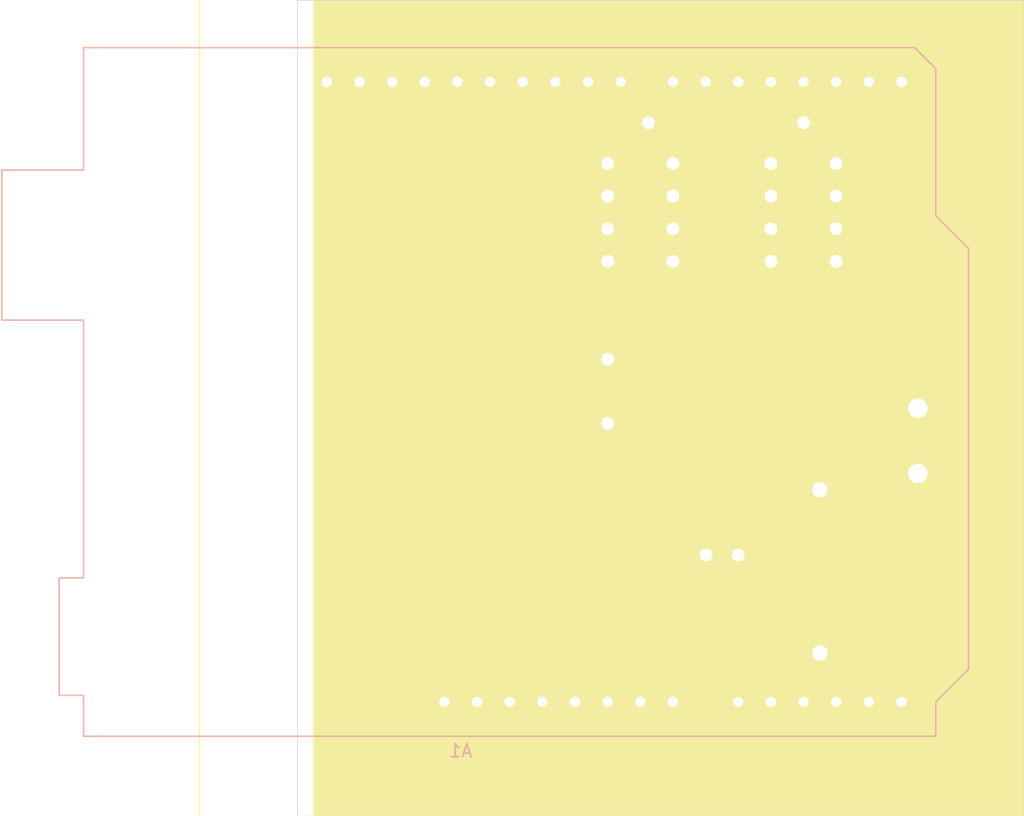
<source format=kicad_pcb>
(kicad_pcb (version 20171130) (host pcbnew "(5.1.5)-3")

  (general
    (thickness 1.6)
    (drawings 11)
    (tracks 75)
    (zones 0)
    (modules 9)
    (nets 31)
  )

  (page A4)
  (layers
    (0 F.Cu signal)
    (31 B.Cu signal)
    (32 B.Adhes user hide)
    (33 F.Adhes user hide)
    (34 B.Paste user hide)
    (35 F.Paste user hide)
    (36 B.SilkS user hide)
    (37 F.SilkS user hide)
    (38 B.Mask user hide)
    (39 F.Mask user hide)
    (40 Dwgs.User user hide)
    (41 Cmts.User user hide)
    (42 Eco1.User user hide)
    (43 Eco2.User user hide)
    (44 Edge.Cuts user)
    (45 Margin user hide)
    (46 B.CrtYd user)
    (47 F.CrtYd user hide)
    (48 B.Fab user hide)
    (49 F.Fab user)
  )

  (setup
    (last_trace_width 0.25)
    (user_trace_width 1)
    (trace_clearance 0.2)
    (zone_clearance 0.508)
    (zone_45_only no)
    (trace_min 0.2)
    (via_size 0.8)
    (via_drill 0.4)
    (via_min_size 0.4)
    (via_min_drill 0.3)
    (user_via 2 1)
    (uvia_size 0.3)
    (uvia_drill 0.1)
    (uvias_allowed no)
    (uvia_min_size 0.2)
    (uvia_min_drill 0.1)
    (edge_width 0.05)
    (segment_width 0.2)
    (pcb_text_width 0.3)
    (pcb_text_size 1.5 1.5)
    (mod_edge_width 0.12)
    (mod_text_size 1 1)
    (mod_text_width 0.15)
    (pad_size 1.524 1.524)
    (pad_drill 0.762)
    (pad_to_mask_clearance 0.051)
    (solder_mask_min_width 0.25)
    (aux_axis_origin 0 0)
    (visible_elements 7FFFFFFF)
    (pcbplotparams
      (layerselection 0x01000_ffffffff)
      (usegerberextensions false)
      (usegerberattributes false)
      (usegerberadvancedattributes false)
      (creategerberjobfile false)
      (excludeedgelayer true)
      (linewidth 0.100000)
      (plotframeref false)
      (viasonmask false)
      (mode 1)
      (useauxorigin false)
      (hpglpennumber 1)
      (hpglpenspeed 20)
      (hpglpendiameter 15.000000)
      (psnegative false)
      (psa4output false)
      (plotreference true)
      (plotvalue true)
      (plotinvisibletext false)
      (padsonsilk false)
      (subtractmaskfromsilk false)
      (outputformat 3)
      (mirror false)
      (drillshape 1)
      (scaleselection 1)
      (outputdirectory ""))
  )

  (net 0 "")
  (net 1 "Net-(A1-Pad16)")
  (net 2 "Net-(A1-Pad15)")
  (net 3 "Net-(A1-Pad30)")
  (net 4 "Net-(A1-Pad14)")
  (net 5 GND)
  (net 6 "Net-(A1-Pad13)")
  (net 7 "Net-(A1-Pad28)")
  (net 8 "Net-(A1-Pad12)")
  (net 9 "Net-(A1-Pad27)")
  (net 10 "Net-(A1-Pad11)")
  (net 11 "Net-(A1-Pad26)")
  (net 12 "Net-(A1-Pad10)")
  (net 13 "Net-(A1-Pad25)")
  (net 14 "Net-(A1-Pad9)")
  (net 15 "Net-(A1-Pad24)")
  (net 16 "Net-(A1-Pad23)")
  (net 17 "Net-(A1-Pad22)")
  (net 18 "Net-(A1-Pad21)")
  (net 19 +5V)
  (net 20 "Net-(A1-Pad20)")
  (net 21 +3V3)
  (net 22 "Net-(A1-Pad19)")
  (net 23 "Net-(A1-Pad3)")
  (net 24 "Net-(A1-Pad18)")
  (net 25 "Net-(A1-Pad2)")
  (net 26 "Net-(A1-Pad17)")
  (net 27 "Net-(A1-Pad1)")
  (net 28 "Net-(A1-Pad31)")
  (net 29 "Net-(A1-Pad32)")
  (net 30 +12V)

  (net_class Default "Dies ist die voreingestellte Netzklasse."
    (clearance 0.2)
    (trace_width 0.25)
    (via_dia 0.8)
    (via_drill 0.4)
    (uvia_dia 0.3)
    (uvia_drill 0.1)
    (add_net +12V)
    (add_net +3V3)
    (add_net +5V)
    (add_net GND)
    (add_net "Net-(A1-Pad1)")
    (add_net "Net-(A1-Pad10)")
    (add_net "Net-(A1-Pad11)")
    (add_net "Net-(A1-Pad12)")
    (add_net "Net-(A1-Pad13)")
    (add_net "Net-(A1-Pad14)")
    (add_net "Net-(A1-Pad15)")
    (add_net "Net-(A1-Pad16)")
    (add_net "Net-(A1-Pad17)")
    (add_net "Net-(A1-Pad18)")
    (add_net "Net-(A1-Pad19)")
    (add_net "Net-(A1-Pad2)")
    (add_net "Net-(A1-Pad20)")
    (add_net "Net-(A1-Pad21)")
    (add_net "Net-(A1-Pad22)")
    (add_net "Net-(A1-Pad23)")
    (add_net "Net-(A1-Pad24)")
    (add_net "Net-(A1-Pad25)")
    (add_net "Net-(A1-Pad26)")
    (add_net "Net-(A1-Pad27)")
    (add_net "Net-(A1-Pad28)")
    (add_net "Net-(A1-Pad3)")
    (add_net "Net-(A1-Pad30)")
    (add_net "Net-(A1-Pad31)")
    (add_net "Net-(A1-Pad32)")
    (add_net "Net-(A1-Pad9)")
  )

  (module Resistor_THT:R_Axial_DIN0411_L9.9mm_D3.6mm_P12.70mm_Horizontal (layer F.Cu) (tedit 5AE5139B) (tstamp 5EBE743F)
    (at 154.94 107.95 90)
    (descr "Resistor, Axial_DIN0411 series, Axial, Horizontal, pin pitch=12.7mm, 1W, length*diameter=9.9*3.6mm^2")
    (tags "Resistor Axial_DIN0411 series Axial Horizontal pin pitch 12.7mm 1W length 9.9mm diameter 3.6mm")
    (path /5EAC1448)
    (fp_text reference R1 (at 6.35 -2.92 90) (layer F.SilkS)
      (effects (font (size 1 1) (thickness 0.15)))
    )
    (fp_text value 100k (at 6.35 2.92 90) (layer F.Fab)
      (effects (font (size 1 1) (thickness 0.15)))
    )
    (fp_text user %R (at 6.35 0 90) (layer F.Fab)
      (effects (font (size 1 1) (thickness 0.15)))
    )
    (fp_line (start 14.15 -2.05) (end -1.45 -2.05) (layer F.CrtYd) (width 0.05))
    (fp_line (start 14.15 2.05) (end 14.15 -2.05) (layer F.CrtYd) (width 0.05))
    (fp_line (start -1.45 2.05) (end 14.15 2.05) (layer F.CrtYd) (width 0.05))
    (fp_line (start -1.45 -2.05) (end -1.45 2.05) (layer F.CrtYd) (width 0.05))
    (fp_line (start 11.42 1.92) (end 11.42 1.44) (layer F.SilkS) (width 0.12))
    (fp_line (start 1.28 1.92) (end 11.42 1.92) (layer F.SilkS) (width 0.12))
    (fp_line (start 1.28 1.44) (end 1.28 1.92) (layer F.SilkS) (width 0.12))
    (fp_line (start 11.42 -1.92) (end 11.42 -1.44) (layer F.SilkS) (width 0.12))
    (fp_line (start 1.28 -1.92) (end 11.42 -1.92) (layer F.SilkS) (width 0.12))
    (fp_line (start 1.28 -1.44) (end 1.28 -1.92) (layer F.SilkS) (width 0.12))
    (fp_line (start 12.7 0) (end 11.3 0) (layer F.Fab) (width 0.1))
    (fp_line (start 0 0) (end 1.4 0) (layer F.Fab) (width 0.1))
    (fp_line (start 11.3 -1.8) (end 1.4 -1.8) (layer F.Fab) (width 0.1))
    (fp_line (start 11.3 1.8) (end 11.3 -1.8) (layer F.Fab) (width 0.1))
    (fp_line (start 1.4 1.8) (end 11.3 1.8) (layer F.Fab) (width 0.1))
    (fp_line (start 1.4 -1.8) (end 1.4 1.8) (layer F.Fab) (width 0.1))
    (pad 2 thru_hole oval (at 12.7 0 90) (size 2.4 2.4) (drill 1.2) (layers *.Cu *.Mask)
      (net 5 GND))
    (pad 1 thru_hole circle (at 0 0 90) (size 2.4 2.4) (drill 1.2) (layers *.Cu *.Mask)
      (net 14 "Net-(A1-Pad9)"))
    (model ${KISYS3DMOD}/Resistor_THT.3dshapes/R_Axial_DIN0411_L9.9mm_D3.6mm_P12.70mm_Horizontal.wrl
      (at (xyz 0 0 0))
      (scale (xyz 1 1 1))
      (rotate (xyz 0 0 0))
    )
  )

  (module TerminalBlock:TerminalBlock_bornier-2_P5.08mm (layer F.Cu) (tedit 59FF03AB) (tstamp 5EBE7428)
    (at 162.56 93.98 90)
    (descr "simple 2-pin terminal block, pitch 5.08mm, revamped version of bornier2")
    (tags "terminal block bornier2")
    (path /5EB4596D)
    (fp_text reference J11 (at 2.54 -5.08 90) (layer F.SilkS)
      (effects (font (size 1 1) (thickness 0.15)))
    )
    (fp_text value Conn_01x02_Male (at 2.54 5.08 90) (layer F.Fab)
      (effects (font (size 1 1) (thickness 0.15)))
    )
    (fp_line (start 7.79 4) (end -2.71 4) (layer F.CrtYd) (width 0.05))
    (fp_line (start 7.79 4) (end 7.79 -4) (layer F.CrtYd) (width 0.05))
    (fp_line (start -2.71 -4) (end -2.71 4) (layer F.CrtYd) (width 0.05))
    (fp_line (start -2.71 -4) (end 7.79 -4) (layer F.CrtYd) (width 0.05))
    (fp_line (start -2.54 3.81) (end 7.62 3.81) (layer F.SilkS) (width 0.12))
    (fp_line (start -2.54 -3.81) (end -2.54 3.81) (layer F.SilkS) (width 0.12))
    (fp_line (start 7.62 -3.81) (end -2.54 -3.81) (layer F.SilkS) (width 0.12))
    (fp_line (start 7.62 3.81) (end 7.62 -3.81) (layer F.SilkS) (width 0.12))
    (fp_line (start 7.62 2.54) (end -2.54 2.54) (layer F.SilkS) (width 0.12))
    (fp_line (start 7.54 -3.75) (end -2.46 -3.75) (layer F.Fab) (width 0.1))
    (fp_line (start 7.54 3.75) (end 7.54 -3.75) (layer F.Fab) (width 0.1))
    (fp_line (start -2.46 3.75) (end 7.54 3.75) (layer F.Fab) (width 0.1))
    (fp_line (start -2.46 -3.75) (end -2.46 3.75) (layer F.Fab) (width 0.1))
    (fp_line (start -2.41 2.55) (end 7.49 2.55) (layer F.Fab) (width 0.1))
    (fp_text user %R (at 2.54 0 90) (layer F.Fab)
      (effects (font (size 1 1) (thickness 0.15)))
    )
    (pad 2 thru_hole circle (at 5.08 0 90) (size 3 3) (drill 1.52) (layers *.Cu *.Mask)
      (net 5 GND))
    (pad 1 thru_hole rect (at 0 0 90) (size 3 3) (drill 1.52) (layers *.Cu *.Mask)
      (net 30 +12V))
    (model ${KISYS3DMOD}/TerminalBlock.3dshapes/TerminalBlock_bornier-2_P5.08mm.wrl
      (offset (xyz 2.539999961853027 0 0))
      (scale (xyz 1 1 1))
      (rotate (xyz 0 0 0))
    )
  )

  (module Connector_PinHeader_2.54mm:PinHeader_1x04_P2.54mm_Vertical (layer F.Cu) (tedit 59FED5CC) (tstamp 5EBE7413)
    (at 138.43 77.47 180)
    (descr "Through hole straight pin header, 1x04, 2.54mm pitch, single row")
    (tags "Through hole pin header THT 1x04 2.54mm single row")
    (path /5EBFA072)
    (fp_text reference J5 (at 0 -2.33) (layer F.SilkS)
      (effects (font (size 1 1) (thickness 0.15)))
    )
    (fp_text value Conn_01x04 (at 0 9.95) (layer F.Fab)
      (effects (font (size 1 1) (thickness 0.15)))
    )
    (fp_text user %R (at 0 3.81 90) (layer F.Fab)
      (effects (font (size 1 1) (thickness 0.15)))
    )
    (fp_line (start 1.8 -1.8) (end -1.8 -1.8) (layer F.CrtYd) (width 0.05))
    (fp_line (start 1.8 9.4) (end 1.8 -1.8) (layer F.CrtYd) (width 0.05))
    (fp_line (start -1.8 9.4) (end 1.8 9.4) (layer F.CrtYd) (width 0.05))
    (fp_line (start -1.8 -1.8) (end -1.8 9.4) (layer F.CrtYd) (width 0.05))
    (fp_line (start -1.33 -1.33) (end 0 -1.33) (layer F.SilkS) (width 0.12))
    (fp_line (start -1.33 0) (end -1.33 -1.33) (layer F.SilkS) (width 0.12))
    (fp_line (start -1.33 1.27) (end 1.33 1.27) (layer F.SilkS) (width 0.12))
    (fp_line (start 1.33 1.27) (end 1.33 8.95) (layer F.SilkS) (width 0.12))
    (fp_line (start -1.33 1.27) (end -1.33 8.95) (layer F.SilkS) (width 0.12))
    (fp_line (start -1.33 8.95) (end 1.33 8.95) (layer F.SilkS) (width 0.12))
    (fp_line (start -1.27 -0.635) (end -0.635 -1.27) (layer F.Fab) (width 0.1))
    (fp_line (start -1.27 8.89) (end -1.27 -0.635) (layer F.Fab) (width 0.1))
    (fp_line (start 1.27 8.89) (end -1.27 8.89) (layer F.Fab) (width 0.1))
    (fp_line (start 1.27 -1.27) (end 1.27 8.89) (layer F.Fab) (width 0.1))
    (fp_line (start -0.635 -1.27) (end 1.27 -1.27) (layer F.Fab) (width 0.1))
    (pad 4 thru_hole oval (at 0 7.62 180) (size 1.7 1.7) (drill 1) (layers *.Cu *.Mask)
      (net 18 "Net-(A1-Pad21)"))
    (pad 3 thru_hole oval (at 0 5.08 180) (size 1.7 1.7) (drill 1) (layers *.Cu *.Mask)
      (net 16 "Net-(A1-Pad23)"))
    (pad 2 thru_hole oval (at 0 2.54 180) (size 1.7 1.7) (drill 1) (layers *.Cu *.Mask)
      (net 30 +12V))
    (pad 1 thru_hole rect (at 0 0 180) (size 1.7 1.7) (drill 1) (layers *.Cu *.Mask)
      (net 5 GND))
    (model ${KISYS3DMOD}/Connector_PinHeader_2.54mm.3dshapes/PinHeader_1x04_P2.54mm_Vertical.wrl
      (at (xyz 0 0 0))
      (scale (xyz 1 1 1))
      (rotate (xyz 0 0 0))
    )
  )

  (module Connector_PinHeader_2.54mm:PinHeader_1x04_P2.54mm_Vertical (layer F.Cu) (tedit 59FED5CC) (tstamp 5EBE73FB)
    (at 143.51 77.47 180)
    (descr "Through hole straight pin header, 1x04, 2.54mm pitch, single row")
    (tags "Through hole pin header THT 1x04 2.54mm single row")
    (path /5EBF9566)
    (fp_text reference J4 (at 0 -2.33) (layer F.SilkS)
      (effects (font (size 1 1) (thickness 0.15)))
    )
    (fp_text value Conn_01x04 (at 0 9.95) (layer F.Fab)
      (effects (font (size 1 1) (thickness 0.15)))
    )
    (fp_text user %R (at 0 3.81 90) (layer F.Fab)
      (effects (font (size 1 1) (thickness 0.15)))
    )
    (fp_line (start 1.8 -1.8) (end -1.8 -1.8) (layer F.CrtYd) (width 0.05))
    (fp_line (start 1.8 9.4) (end 1.8 -1.8) (layer F.CrtYd) (width 0.05))
    (fp_line (start -1.8 9.4) (end 1.8 9.4) (layer F.CrtYd) (width 0.05))
    (fp_line (start -1.8 -1.8) (end -1.8 9.4) (layer F.CrtYd) (width 0.05))
    (fp_line (start -1.33 -1.33) (end 0 -1.33) (layer F.SilkS) (width 0.12))
    (fp_line (start -1.33 0) (end -1.33 -1.33) (layer F.SilkS) (width 0.12))
    (fp_line (start -1.33 1.27) (end 1.33 1.27) (layer F.SilkS) (width 0.12))
    (fp_line (start 1.33 1.27) (end 1.33 8.95) (layer F.SilkS) (width 0.12))
    (fp_line (start -1.33 1.27) (end -1.33 8.95) (layer F.SilkS) (width 0.12))
    (fp_line (start -1.33 8.95) (end 1.33 8.95) (layer F.SilkS) (width 0.12))
    (fp_line (start -1.27 -0.635) (end -0.635 -1.27) (layer F.Fab) (width 0.1))
    (fp_line (start -1.27 8.89) (end -1.27 -0.635) (layer F.Fab) (width 0.1))
    (fp_line (start 1.27 8.89) (end -1.27 8.89) (layer F.Fab) (width 0.1))
    (fp_line (start 1.27 -1.27) (end 1.27 8.89) (layer F.Fab) (width 0.1))
    (fp_line (start -0.635 -1.27) (end 1.27 -1.27) (layer F.Fab) (width 0.1))
    (pad 4 thru_hole oval (at 0 7.62 180) (size 1.7 1.7) (drill 1) (layers *.Cu *.Mask)
      (net 18 "Net-(A1-Pad21)"))
    (pad 3 thru_hole oval (at 0 5.08 180) (size 1.7 1.7) (drill 1) (layers *.Cu *.Mask)
      (net 17 "Net-(A1-Pad22)"))
    (pad 2 thru_hole oval (at 0 2.54 180) (size 1.7 1.7) (drill 1) (layers *.Cu *.Mask)
      (net 30 +12V))
    (pad 1 thru_hole rect (at 0 0 180) (size 1.7 1.7) (drill 1) (layers *.Cu *.Mask)
      (net 5 GND))
    (model ${KISYS3DMOD}/Connector_PinHeader_2.54mm.3dshapes/PinHeader_1x04_P2.54mm_Vertical.wrl
      (at (xyz 0 0 0))
      (scale (xyz 1 1 1))
      (rotate (xyz 0 0 0))
    )
  )

  (module Connector_PinHeader_2.54mm:PinHeader_1x04_P2.54mm_Vertical (layer F.Cu) (tedit 59FED5CC) (tstamp 5EBE73E3)
    (at 151.13 77.47 180)
    (descr "Through hole straight pin header, 1x04, 2.54mm pitch, single row")
    (tags "Through hole pin header THT 1x04 2.54mm single row")
    (path /5EBF8BFF)
    (fp_text reference J3 (at 0 -2.33) (layer F.SilkS)
      (effects (font (size 1 1) (thickness 0.15)))
    )
    (fp_text value Conn_01x04 (at 0 9.95) (layer F.Fab)
      (effects (font (size 1 1) (thickness 0.15)))
    )
    (fp_text user %R (at 0 3.81 90) (layer F.Fab)
      (effects (font (size 1 1) (thickness 0.15)))
    )
    (fp_line (start 1.8 -1.8) (end -1.8 -1.8) (layer F.CrtYd) (width 0.05))
    (fp_line (start 1.8 9.4) (end 1.8 -1.8) (layer F.CrtYd) (width 0.05))
    (fp_line (start -1.8 9.4) (end 1.8 9.4) (layer F.CrtYd) (width 0.05))
    (fp_line (start -1.8 -1.8) (end -1.8 9.4) (layer F.CrtYd) (width 0.05))
    (fp_line (start -1.33 -1.33) (end 0 -1.33) (layer F.SilkS) (width 0.12))
    (fp_line (start -1.33 0) (end -1.33 -1.33) (layer F.SilkS) (width 0.12))
    (fp_line (start -1.33 1.27) (end 1.33 1.27) (layer F.SilkS) (width 0.12))
    (fp_line (start 1.33 1.27) (end 1.33 8.95) (layer F.SilkS) (width 0.12))
    (fp_line (start -1.33 1.27) (end -1.33 8.95) (layer F.SilkS) (width 0.12))
    (fp_line (start -1.33 8.95) (end 1.33 8.95) (layer F.SilkS) (width 0.12))
    (fp_line (start -1.27 -0.635) (end -0.635 -1.27) (layer F.Fab) (width 0.1))
    (fp_line (start -1.27 8.89) (end -1.27 -0.635) (layer F.Fab) (width 0.1))
    (fp_line (start 1.27 8.89) (end -1.27 8.89) (layer F.Fab) (width 0.1))
    (fp_line (start 1.27 -1.27) (end 1.27 8.89) (layer F.Fab) (width 0.1))
    (fp_line (start -0.635 -1.27) (end 1.27 -1.27) (layer F.Fab) (width 0.1))
    (pad 4 thru_hole oval (at 0 7.62 180) (size 1.7 1.7) (drill 1) (layers *.Cu *.Mask)
      (net 18 "Net-(A1-Pad21)"))
    (pad 3 thru_hole oval (at 0 5.08 180) (size 1.7 1.7) (drill 1) (layers *.Cu *.Mask)
      (net 22 "Net-(A1-Pad19)"))
    (pad 2 thru_hole oval (at 0 2.54 180) (size 1.7 1.7) (drill 1) (layers *.Cu *.Mask)
      (net 30 +12V))
    (pad 1 thru_hole rect (at 0 0 180) (size 1.7 1.7) (drill 1) (layers *.Cu *.Mask)
      (net 5 GND))
    (model ${KISYS3DMOD}/Connector_PinHeader_2.54mm.3dshapes/PinHeader_1x04_P2.54mm_Vertical.wrl
      (at (xyz 0 0 0))
      (scale (xyz 1 1 1))
      (rotate (xyz 0 0 0))
    )
  )

  (module Connector_PinHeader_2.54mm:PinHeader_1x04_P2.54mm_Vertical (layer F.Cu) (tedit 59FED5CC) (tstamp 5EBE73CB)
    (at 156.21 77.47 180)
    (descr "Through hole straight pin header, 1x04, 2.54mm pitch, single row")
    (tags "Through hole pin header THT 1x04 2.54mm single row")
    (path /5EBF75FA)
    (fp_text reference J2 (at 0 -2.33) (layer F.SilkS)
      (effects (font (size 1 1) (thickness 0.15)))
    )
    (fp_text value Conn_01x04 (at 0 9.95) (layer F.Fab)
      (effects (font (size 1 1) (thickness 0.15)))
    )
    (fp_text user %R (at 0 3.81 90) (layer F.Fab)
      (effects (font (size 1 1) (thickness 0.15)))
    )
    (fp_line (start 1.8 -1.8) (end -1.8 -1.8) (layer F.CrtYd) (width 0.05))
    (fp_line (start 1.8 9.4) (end 1.8 -1.8) (layer F.CrtYd) (width 0.05))
    (fp_line (start -1.8 9.4) (end 1.8 9.4) (layer F.CrtYd) (width 0.05))
    (fp_line (start -1.8 -1.8) (end -1.8 9.4) (layer F.CrtYd) (width 0.05))
    (fp_line (start -1.33 -1.33) (end 0 -1.33) (layer F.SilkS) (width 0.12))
    (fp_line (start -1.33 0) (end -1.33 -1.33) (layer F.SilkS) (width 0.12))
    (fp_line (start -1.33 1.27) (end 1.33 1.27) (layer F.SilkS) (width 0.12))
    (fp_line (start 1.33 1.27) (end 1.33 8.95) (layer F.SilkS) (width 0.12))
    (fp_line (start -1.33 1.27) (end -1.33 8.95) (layer F.SilkS) (width 0.12))
    (fp_line (start -1.33 8.95) (end 1.33 8.95) (layer F.SilkS) (width 0.12))
    (fp_line (start -1.27 -0.635) (end -0.635 -1.27) (layer F.Fab) (width 0.1))
    (fp_line (start -1.27 8.89) (end -1.27 -0.635) (layer F.Fab) (width 0.1))
    (fp_line (start 1.27 8.89) (end -1.27 8.89) (layer F.Fab) (width 0.1))
    (fp_line (start 1.27 -1.27) (end 1.27 8.89) (layer F.Fab) (width 0.1))
    (fp_line (start -0.635 -1.27) (end 1.27 -1.27) (layer F.Fab) (width 0.1))
    (pad 4 thru_hole oval (at 0 7.62 180) (size 1.7 1.7) (drill 1) (layers *.Cu *.Mask)
      (net 18 "Net-(A1-Pad21)"))
    (pad 3 thru_hole oval (at 0 5.08 180) (size 1.7 1.7) (drill 1) (layers *.Cu *.Mask)
      (net 26 "Net-(A1-Pad17)"))
    (pad 2 thru_hole oval (at 0 2.54 180) (size 1.7 1.7) (drill 1) (layers *.Cu *.Mask)
      (net 30 +12V))
    (pad 1 thru_hole rect (at 0 0 180) (size 1.7 1.7) (drill 1) (layers *.Cu *.Mask)
      (net 5 GND))
    (model ${KISYS3DMOD}/Connector_PinHeader_2.54mm.3dshapes/PinHeader_1x04_P2.54mm_Vertical.wrl
      (at (xyz 0 0 0))
      (scale (xyz 1 1 1))
      (rotate (xyz 0 0 0))
    )
  )

  (module JST:JST_EH_B2B-EH-A_1x02_P2.50mm_Vertical (layer F.Cu) (tedit 5C28142C) (tstamp 5EBE73B3)
    (at 146.09 100.33)
    (descr "JST EH series connector, B2B-EH-A (http://www.jst-mfg.com/product/pdf/eng/eEH.pdf), generated with kicad-footprint-generator")
    (tags "connector JST EH vertical")
    (path /5EAB70E6)
    (fp_text reference J1 (at 1.25 -2.8) (layer F.SilkS)
      (effects (font (size 1 1) (thickness 0.15)))
    )
    (fp_text value Conn_01x02_Male (at 1.25 3.4) (layer F.Fab)
      (effects (font (size 1 1) (thickness 0.15)))
    )
    (fp_text user %R (at 1.25 1.5) (layer F.Fab)
      (effects (font (size 1 1) (thickness 0.15)))
    )
    (fp_line (start -2.91 2.61) (end -0.41 2.61) (layer F.Fab) (width 0.1))
    (fp_line (start -2.91 0.11) (end -2.91 2.61) (layer F.Fab) (width 0.1))
    (fp_line (start -2.91 2.61) (end -0.41 2.61) (layer F.SilkS) (width 0.12))
    (fp_line (start -2.91 0.11) (end -2.91 2.61) (layer F.SilkS) (width 0.12))
    (fp_line (start 4.11 0.81) (end 4.11 2.31) (layer F.SilkS) (width 0.12))
    (fp_line (start 5.11 0.81) (end 4.11 0.81) (layer F.SilkS) (width 0.12))
    (fp_line (start -1.61 0.81) (end -1.61 2.31) (layer F.SilkS) (width 0.12))
    (fp_line (start -2.61 0.81) (end -1.61 0.81) (layer F.SilkS) (width 0.12))
    (fp_line (start 4.61 0) (end 5.11 0) (layer F.SilkS) (width 0.12))
    (fp_line (start 4.61 -1.21) (end 4.61 0) (layer F.SilkS) (width 0.12))
    (fp_line (start -2.11 -1.21) (end 4.61 -1.21) (layer F.SilkS) (width 0.12))
    (fp_line (start -2.11 0) (end -2.11 -1.21) (layer F.SilkS) (width 0.12))
    (fp_line (start -2.61 0) (end -2.11 0) (layer F.SilkS) (width 0.12))
    (fp_line (start 5.11 -1.71) (end -2.61 -1.71) (layer F.SilkS) (width 0.12))
    (fp_line (start 5.11 2.31) (end 5.11 -1.71) (layer F.SilkS) (width 0.12))
    (fp_line (start -2.61 2.31) (end 5.11 2.31) (layer F.SilkS) (width 0.12))
    (fp_line (start -2.61 -1.71) (end -2.61 2.31) (layer F.SilkS) (width 0.12))
    (fp_line (start 5.5 -2.1) (end -3 -2.1) (layer F.CrtYd) (width 0.05))
    (fp_line (start 5.5 2.7) (end 5.5 -2.1) (layer F.CrtYd) (width 0.05))
    (fp_line (start -3 2.7) (end 5.5 2.7) (layer F.CrtYd) (width 0.05))
    (fp_line (start -3 -2.1) (end -3 2.7) (layer F.CrtYd) (width 0.05))
    (fp_line (start 5 -1.6) (end -2.5 -1.6) (layer F.Fab) (width 0.1))
    (fp_line (start 5 2.2) (end 5 -1.6) (layer F.Fab) (width 0.1))
    (fp_line (start -2.5 2.2) (end 5 2.2) (layer F.Fab) (width 0.1))
    (fp_line (start -2.5 -1.6) (end -2.5 2.2) (layer F.Fab) (width 0.1))
    (pad 2 thru_hole oval (at 2.5 0) (size 1.7 2) (drill 1) (layers *.Cu *.Mask)
      (net 14 "Net-(A1-Pad9)"))
    (pad 1 thru_hole roundrect (at 0 0) (size 1.7 2) (drill 1) (layers *.Cu *.Mask) (roundrect_rratio 0.147059)
      (net 19 +5V))
    (model ${KISYS3DMOD}/Connector_JST.3dshapes/JST_EH_B2B-EH-A_1x02_P2.50mm_Vertical.wrl
      (at (xyz 0 0 0))
      (scale (xyz 1 1 1))
      (rotate (xyz 0 0 0))
    )
  )

  (module Capacitor_THT:CP_Radial_D10.0mm_P5.00mm (layer F.Cu) (tedit 5AE50EF1) (tstamp 5EBE7393)
    (at 138.43 90.09 90)
    (descr "CP, Radial series, Radial, pin pitch=5.00mm, , diameter=10mm, Electrolytic Capacitor")
    (tags "CP Radial series Radial pin pitch 5.00mm  diameter 10mm Electrolytic Capacitor")
    (path /5EB8B91F)
    (fp_text reference C1 (at 2.5 -6.25 90) (layer F.SilkS)
      (effects (font (size 1 1) (thickness 0.15)))
    )
    (fp_text value 470u (at 2.5 6.25 90) (layer F.Fab)
      (effects (font (size 1 1) (thickness 0.15)))
    )
    (fp_text user %R (at 2.5 0 90) (layer F.Fab)
      (effects (font (size 1 1) (thickness 0.15)))
    )
    (fp_line (start -2.479646 -3.375) (end -2.479646 -2.375) (layer F.SilkS) (width 0.12))
    (fp_line (start -2.979646 -2.875) (end -1.979646 -2.875) (layer F.SilkS) (width 0.12))
    (fp_line (start 7.581 -0.599) (end 7.581 0.599) (layer F.SilkS) (width 0.12))
    (fp_line (start 7.541 -0.862) (end 7.541 0.862) (layer F.SilkS) (width 0.12))
    (fp_line (start 7.501 -1.062) (end 7.501 1.062) (layer F.SilkS) (width 0.12))
    (fp_line (start 7.461 -1.23) (end 7.461 1.23) (layer F.SilkS) (width 0.12))
    (fp_line (start 7.421 -1.378) (end 7.421 1.378) (layer F.SilkS) (width 0.12))
    (fp_line (start 7.381 -1.51) (end 7.381 1.51) (layer F.SilkS) (width 0.12))
    (fp_line (start 7.341 -1.63) (end 7.341 1.63) (layer F.SilkS) (width 0.12))
    (fp_line (start 7.301 -1.742) (end 7.301 1.742) (layer F.SilkS) (width 0.12))
    (fp_line (start 7.261 -1.846) (end 7.261 1.846) (layer F.SilkS) (width 0.12))
    (fp_line (start 7.221 -1.944) (end 7.221 1.944) (layer F.SilkS) (width 0.12))
    (fp_line (start 7.181 -2.037) (end 7.181 2.037) (layer F.SilkS) (width 0.12))
    (fp_line (start 7.141 -2.125) (end 7.141 2.125) (layer F.SilkS) (width 0.12))
    (fp_line (start 7.101 -2.209) (end 7.101 2.209) (layer F.SilkS) (width 0.12))
    (fp_line (start 7.061 -2.289) (end 7.061 2.289) (layer F.SilkS) (width 0.12))
    (fp_line (start 7.021 -2.365) (end 7.021 2.365) (layer F.SilkS) (width 0.12))
    (fp_line (start 6.981 -2.439) (end 6.981 2.439) (layer F.SilkS) (width 0.12))
    (fp_line (start 6.941 -2.51) (end 6.941 2.51) (layer F.SilkS) (width 0.12))
    (fp_line (start 6.901 -2.579) (end 6.901 2.579) (layer F.SilkS) (width 0.12))
    (fp_line (start 6.861 -2.645) (end 6.861 2.645) (layer F.SilkS) (width 0.12))
    (fp_line (start 6.821 -2.709) (end 6.821 2.709) (layer F.SilkS) (width 0.12))
    (fp_line (start 6.781 -2.77) (end 6.781 2.77) (layer F.SilkS) (width 0.12))
    (fp_line (start 6.741 -2.83) (end 6.741 2.83) (layer F.SilkS) (width 0.12))
    (fp_line (start 6.701 -2.889) (end 6.701 2.889) (layer F.SilkS) (width 0.12))
    (fp_line (start 6.661 -2.945) (end 6.661 2.945) (layer F.SilkS) (width 0.12))
    (fp_line (start 6.621 -3) (end 6.621 3) (layer F.SilkS) (width 0.12))
    (fp_line (start 6.581 -3.054) (end 6.581 3.054) (layer F.SilkS) (width 0.12))
    (fp_line (start 6.541 -3.106) (end 6.541 3.106) (layer F.SilkS) (width 0.12))
    (fp_line (start 6.501 -3.156) (end 6.501 3.156) (layer F.SilkS) (width 0.12))
    (fp_line (start 6.461 -3.206) (end 6.461 3.206) (layer F.SilkS) (width 0.12))
    (fp_line (start 6.421 -3.254) (end 6.421 3.254) (layer F.SilkS) (width 0.12))
    (fp_line (start 6.381 -3.301) (end 6.381 3.301) (layer F.SilkS) (width 0.12))
    (fp_line (start 6.341 -3.347) (end 6.341 3.347) (layer F.SilkS) (width 0.12))
    (fp_line (start 6.301 -3.392) (end 6.301 3.392) (layer F.SilkS) (width 0.12))
    (fp_line (start 6.261 -3.436) (end 6.261 3.436) (layer F.SilkS) (width 0.12))
    (fp_line (start 6.221 1.241) (end 6.221 3.478) (layer F.SilkS) (width 0.12))
    (fp_line (start 6.221 -3.478) (end 6.221 -1.241) (layer F.SilkS) (width 0.12))
    (fp_line (start 6.181 1.241) (end 6.181 3.52) (layer F.SilkS) (width 0.12))
    (fp_line (start 6.181 -3.52) (end 6.181 -1.241) (layer F.SilkS) (width 0.12))
    (fp_line (start 6.141 1.241) (end 6.141 3.561) (layer F.SilkS) (width 0.12))
    (fp_line (start 6.141 -3.561) (end 6.141 -1.241) (layer F.SilkS) (width 0.12))
    (fp_line (start 6.101 1.241) (end 6.101 3.601) (layer F.SilkS) (width 0.12))
    (fp_line (start 6.101 -3.601) (end 6.101 -1.241) (layer F.SilkS) (width 0.12))
    (fp_line (start 6.061 1.241) (end 6.061 3.64) (layer F.SilkS) (width 0.12))
    (fp_line (start 6.061 -3.64) (end 6.061 -1.241) (layer F.SilkS) (width 0.12))
    (fp_line (start 6.021 1.241) (end 6.021 3.679) (layer F.SilkS) (width 0.12))
    (fp_line (start 6.021 -3.679) (end 6.021 -1.241) (layer F.SilkS) (width 0.12))
    (fp_line (start 5.981 1.241) (end 5.981 3.716) (layer F.SilkS) (width 0.12))
    (fp_line (start 5.981 -3.716) (end 5.981 -1.241) (layer F.SilkS) (width 0.12))
    (fp_line (start 5.941 1.241) (end 5.941 3.753) (layer F.SilkS) (width 0.12))
    (fp_line (start 5.941 -3.753) (end 5.941 -1.241) (layer F.SilkS) (width 0.12))
    (fp_line (start 5.901 1.241) (end 5.901 3.789) (layer F.SilkS) (width 0.12))
    (fp_line (start 5.901 -3.789) (end 5.901 -1.241) (layer F.SilkS) (width 0.12))
    (fp_line (start 5.861 1.241) (end 5.861 3.824) (layer F.SilkS) (width 0.12))
    (fp_line (start 5.861 -3.824) (end 5.861 -1.241) (layer F.SilkS) (width 0.12))
    (fp_line (start 5.821 1.241) (end 5.821 3.858) (layer F.SilkS) (width 0.12))
    (fp_line (start 5.821 -3.858) (end 5.821 -1.241) (layer F.SilkS) (width 0.12))
    (fp_line (start 5.781 1.241) (end 5.781 3.892) (layer F.SilkS) (width 0.12))
    (fp_line (start 5.781 -3.892) (end 5.781 -1.241) (layer F.SilkS) (width 0.12))
    (fp_line (start 5.741 1.241) (end 5.741 3.925) (layer F.SilkS) (width 0.12))
    (fp_line (start 5.741 -3.925) (end 5.741 -1.241) (layer F.SilkS) (width 0.12))
    (fp_line (start 5.701 1.241) (end 5.701 3.957) (layer F.SilkS) (width 0.12))
    (fp_line (start 5.701 -3.957) (end 5.701 -1.241) (layer F.SilkS) (width 0.12))
    (fp_line (start 5.661 1.241) (end 5.661 3.989) (layer F.SilkS) (width 0.12))
    (fp_line (start 5.661 -3.989) (end 5.661 -1.241) (layer F.SilkS) (width 0.12))
    (fp_line (start 5.621 1.241) (end 5.621 4.02) (layer F.SilkS) (width 0.12))
    (fp_line (start 5.621 -4.02) (end 5.621 -1.241) (layer F.SilkS) (width 0.12))
    (fp_line (start 5.581 1.241) (end 5.581 4.05) (layer F.SilkS) (width 0.12))
    (fp_line (start 5.581 -4.05) (end 5.581 -1.241) (layer F.SilkS) (width 0.12))
    (fp_line (start 5.541 1.241) (end 5.541 4.08) (layer F.SilkS) (width 0.12))
    (fp_line (start 5.541 -4.08) (end 5.541 -1.241) (layer F.SilkS) (width 0.12))
    (fp_line (start 5.501 1.241) (end 5.501 4.11) (layer F.SilkS) (width 0.12))
    (fp_line (start 5.501 -4.11) (end 5.501 -1.241) (layer F.SilkS) (width 0.12))
    (fp_line (start 5.461 1.241) (end 5.461 4.138) (layer F.SilkS) (width 0.12))
    (fp_line (start 5.461 -4.138) (end 5.461 -1.241) (layer F.SilkS) (width 0.12))
    (fp_line (start 5.421 1.241) (end 5.421 4.166) (layer F.SilkS) (width 0.12))
    (fp_line (start 5.421 -4.166) (end 5.421 -1.241) (layer F.SilkS) (width 0.12))
    (fp_line (start 5.381 1.241) (end 5.381 4.194) (layer F.SilkS) (width 0.12))
    (fp_line (start 5.381 -4.194) (end 5.381 -1.241) (layer F.SilkS) (width 0.12))
    (fp_line (start 5.341 1.241) (end 5.341 4.221) (layer F.SilkS) (width 0.12))
    (fp_line (start 5.341 -4.221) (end 5.341 -1.241) (layer F.SilkS) (width 0.12))
    (fp_line (start 5.301 1.241) (end 5.301 4.247) (layer F.SilkS) (width 0.12))
    (fp_line (start 5.301 -4.247) (end 5.301 -1.241) (layer F.SilkS) (width 0.12))
    (fp_line (start 5.261 1.241) (end 5.261 4.273) (layer F.SilkS) (width 0.12))
    (fp_line (start 5.261 -4.273) (end 5.261 -1.241) (layer F.SilkS) (width 0.12))
    (fp_line (start 5.221 1.241) (end 5.221 4.298) (layer F.SilkS) (width 0.12))
    (fp_line (start 5.221 -4.298) (end 5.221 -1.241) (layer F.SilkS) (width 0.12))
    (fp_line (start 5.181 1.241) (end 5.181 4.323) (layer F.SilkS) (width 0.12))
    (fp_line (start 5.181 -4.323) (end 5.181 -1.241) (layer F.SilkS) (width 0.12))
    (fp_line (start 5.141 1.241) (end 5.141 4.347) (layer F.SilkS) (width 0.12))
    (fp_line (start 5.141 -4.347) (end 5.141 -1.241) (layer F.SilkS) (width 0.12))
    (fp_line (start 5.101 1.241) (end 5.101 4.371) (layer F.SilkS) (width 0.12))
    (fp_line (start 5.101 -4.371) (end 5.101 -1.241) (layer F.SilkS) (width 0.12))
    (fp_line (start 5.061 1.241) (end 5.061 4.395) (layer F.SilkS) (width 0.12))
    (fp_line (start 5.061 -4.395) (end 5.061 -1.241) (layer F.SilkS) (width 0.12))
    (fp_line (start 5.021 1.241) (end 5.021 4.417) (layer F.SilkS) (width 0.12))
    (fp_line (start 5.021 -4.417) (end 5.021 -1.241) (layer F.SilkS) (width 0.12))
    (fp_line (start 4.981 1.241) (end 4.981 4.44) (layer F.SilkS) (width 0.12))
    (fp_line (start 4.981 -4.44) (end 4.981 -1.241) (layer F.SilkS) (width 0.12))
    (fp_line (start 4.941 1.241) (end 4.941 4.462) (layer F.SilkS) (width 0.12))
    (fp_line (start 4.941 -4.462) (end 4.941 -1.241) (layer F.SilkS) (width 0.12))
    (fp_line (start 4.901 1.241) (end 4.901 4.483) (layer F.SilkS) (width 0.12))
    (fp_line (start 4.901 -4.483) (end 4.901 -1.241) (layer F.SilkS) (width 0.12))
    (fp_line (start 4.861 1.241) (end 4.861 4.504) (layer F.SilkS) (width 0.12))
    (fp_line (start 4.861 -4.504) (end 4.861 -1.241) (layer F.SilkS) (width 0.12))
    (fp_line (start 4.821 1.241) (end 4.821 4.525) (layer F.SilkS) (width 0.12))
    (fp_line (start 4.821 -4.525) (end 4.821 -1.241) (layer F.SilkS) (width 0.12))
    (fp_line (start 4.781 1.241) (end 4.781 4.545) (layer F.SilkS) (width 0.12))
    (fp_line (start 4.781 -4.545) (end 4.781 -1.241) (layer F.SilkS) (width 0.12))
    (fp_line (start 4.741 1.241) (end 4.741 4.564) (layer F.SilkS) (width 0.12))
    (fp_line (start 4.741 -4.564) (end 4.741 -1.241) (layer F.SilkS) (width 0.12))
    (fp_line (start 4.701 1.241) (end 4.701 4.584) (layer F.SilkS) (width 0.12))
    (fp_line (start 4.701 -4.584) (end 4.701 -1.241) (layer F.SilkS) (width 0.12))
    (fp_line (start 4.661 1.241) (end 4.661 4.603) (layer F.SilkS) (width 0.12))
    (fp_line (start 4.661 -4.603) (end 4.661 -1.241) (layer F.SilkS) (width 0.12))
    (fp_line (start 4.621 1.241) (end 4.621 4.621) (layer F.SilkS) (width 0.12))
    (fp_line (start 4.621 -4.621) (end 4.621 -1.241) (layer F.SilkS) (width 0.12))
    (fp_line (start 4.581 1.241) (end 4.581 4.639) (layer F.SilkS) (width 0.12))
    (fp_line (start 4.581 -4.639) (end 4.581 -1.241) (layer F.SilkS) (width 0.12))
    (fp_line (start 4.541 1.241) (end 4.541 4.657) (layer F.SilkS) (width 0.12))
    (fp_line (start 4.541 -4.657) (end 4.541 -1.241) (layer F.SilkS) (width 0.12))
    (fp_line (start 4.501 1.241) (end 4.501 4.674) (layer F.SilkS) (width 0.12))
    (fp_line (start 4.501 -4.674) (end 4.501 -1.241) (layer F.SilkS) (width 0.12))
    (fp_line (start 4.461 1.241) (end 4.461 4.69) (layer F.SilkS) (width 0.12))
    (fp_line (start 4.461 -4.69) (end 4.461 -1.241) (layer F.SilkS) (width 0.12))
    (fp_line (start 4.421 1.241) (end 4.421 4.707) (layer F.SilkS) (width 0.12))
    (fp_line (start 4.421 -4.707) (end 4.421 -1.241) (layer F.SilkS) (width 0.12))
    (fp_line (start 4.381 1.241) (end 4.381 4.723) (layer F.SilkS) (width 0.12))
    (fp_line (start 4.381 -4.723) (end 4.381 -1.241) (layer F.SilkS) (width 0.12))
    (fp_line (start 4.341 1.241) (end 4.341 4.738) (layer F.SilkS) (width 0.12))
    (fp_line (start 4.341 -4.738) (end 4.341 -1.241) (layer F.SilkS) (width 0.12))
    (fp_line (start 4.301 1.241) (end 4.301 4.754) (layer F.SilkS) (width 0.12))
    (fp_line (start 4.301 -4.754) (end 4.301 -1.241) (layer F.SilkS) (width 0.12))
    (fp_line (start 4.261 1.241) (end 4.261 4.768) (layer F.SilkS) (width 0.12))
    (fp_line (start 4.261 -4.768) (end 4.261 -1.241) (layer F.SilkS) (width 0.12))
    (fp_line (start 4.221 1.241) (end 4.221 4.783) (layer F.SilkS) (width 0.12))
    (fp_line (start 4.221 -4.783) (end 4.221 -1.241) (layer F.SilkS) (width 0.12))
    (fp_line (start 4.181 1.241) (end 4.181 4.797) (layer F.SilkS) (width 0.12))
    (fp_line (start 4.181 -4.797) (end 4.181 -1.241) (layer F.SilkS) (width 0.12))
    (fp_line (start 4.141 1.241) (end 4.141 4.811) (layer F.SilkS) (width 0.12))
    (fp_line (start 4.141 -4.811) (end 4.141 -1.241) (layer F.SilkS) (width 0.12))
    (fp_line (start 4.101 1.241) (end 4.101 4.824) (layer F.SilkS) (width 0.12))
    (fp_line (start 4.101 -4.824) (end 4.101 -1.241) (layer F.SilkS) (width 0.12))
    (fp_line (start 4.061 1.241) (end 4.061 4.837) (layer F.SilkS) (width 0.12))
    (fp_line (start 4.061 -4.837) (end 4.061 -1.241) (layer F.SilkS) (width 0.12))
    (fp_line (start 4.021 1.241) (end 4.021 4.85) (layer F.SilkS) (width 0.12))
    (fp_line (start 4.021 -4.85) (end 4.021 -1.241) (layer F.SilkS) (width 0.12))
    (fp_line (start 3.981 1.241) (end 3.981 4.862) (layer F.SilkS) (width 0.12))
    (fp_line (start 3.981 -4.862) (end 3.981 -1.241) (layer F.SilkS) (width 0.12))
    (fp_line (start 3.941 1.241) (end 3.941 4.874) (layer F.SilkS) (width 0.12))
    (fp_line (start 3.941 -4.874) (end 3.941 -1.241) (layer F.SilkS) (width 0.12))
    (fp_line (start 3.901 1.241) (end 3.901 4.885) (layer F.SilkS) (width 0.12))
    (fp_line (start 3.901 -4.885) (end 3.901 -1.241) (layer F.SilkS) (width 0.12))
    (fp_line (start 3.861 1.241) (end 3.861 4.897) (layer F.SilkS) (width 0.12))
    (fp_line (start 3.861 -4.897) (end 3.861 -1.241) (layer F.SilkS) (width 0.12))
    (fp_line (start 3.821 1.241) (end 3.821 4.907) (layer F.SilkS) (width 0.12))
    (fp_line (start 3.821 -4.907) (end 3.821 -1.241) (layer F.SilkS) (width 0.12))
    (fp_line (start 3.781 1.241) (end 3.781 4.918) (layer F.SilkS) (width 0.12))
    (fp_line (start 3.781 -4.918) (end 3.781 -1.241) (layer F.SilkS) (width 0.12))
    (fp_line (start 3.741 -4.928) (end 3.741 4.928) (layer F.SilkS) (width 0.12))
    (fp_line (start 3.701 -4.938) (end 3.701 4.938) (layer F.SilkS) (width 0.12))
    (fp_line (start 3.661 -4.947) (end 3.661 4.947) (layer F.SilkS) (width 0.12))
    (fp_line (start 3.621 -4.956) (end 3.621 4.956) (layer F.SilkS) (width 0.12))
    (fp_line (start 3.581 -4.965) (end 3.581 4.965) (layer F.SilkS) (width 0.12))
    (fp_line (start 3.541 -4.974) (end 3.541 4.974) (layer F.SilkS) (width 0.12))
    (fp_line (start 3.501 -4.982) (end 3.501 4.982) (layer F.SilkS) (width 0.12))
    (fp_line (start 3.461 -4.99) (end 3.461 4.99) (layer F.SilkS) (width 0.12))
    (fp_line (start 3.421 -4.997) (end 3.421 4.997) (layer F.SilkS) (width 0.12))
    (fp_line (start 3.381 -5.004) (end 3.381 5.004) (layer F.SilkS) (width 0.12))
    (fp_line (start 3.341 -5.011) (end 3.341 5.011) (layer F.SilkS) (width 0.12))
    (fp_line (start 3.301 -5.018) (end 3.301 5.018) (layer F.SilkS) (width 0.12))
    (fp_line (start 3.261 -5.024) (end 3.261 5.024) (layer F.SilkS) (width 0.12))
    (fp_line (start 3.221 -5.03) (end 3.221 5.03) (layer F.SilkS) (width 0.12))
    (fp_line (start 3.18 -5.035) (end 3.18 5.035) (layer F.SilkS) (width 0.12))
    (fp_line (start 3.14 -5.04) (end 3.14 5.04) (layer F.SilkS) (width 0.12))
    (fp_line (start 3.1 -5.045) (end 3.1 5.045) (layer F.SilkS) (width 0.12))
    (fp_line (start 3.06 -5.05) (end 3.06 5.05) (layer F.SilkS) (width 0.12))
    (fp_line (start 3.02 -5.054) (end 3.02 5.054) (layer F.SilkS) (width 0.12))
    (fp_line (start 2.98 -5.058) (end 2.98 5.058) (layer F.SilkS) (width 0.12))
    (fp_line (start 2.94 -5.062) (end 2.94 5.062) (layer F.SilkS) (width 0.12))
    (fp_line (start 2.9 -5.065) (end 2.9 5.065) (layer F.SilkS) (width 0.12))
    (fp_line (start 2.86 -5.068) (end 2.86 5.068) (layer F.SilkS) (width 0.12))
    (fp_line (start 2.82 -5.07) (end 2.82 5.07) (layer F.SilkS) (width 0.12))
    (fp_line (start 2.78 -5.073) (end 2.78 5.073) (layer F.SilkS) (width 0.12))
    (fp_line (start 2.74 -5.075) (end 2.74 5.075) (layer F.SilkS) (width 0.12))
    (fp_line (start 2.7 -5.077) (end 2.7 5.077) (layer F.SilkS) (width 0.12))
    (fp_line (start 2.66 -5.078) (end 2.66 5.078) (layer F.SilkS) (width 0.12))
    (fp_line (start 2.62 -5.079) (end 2.62 5.079) (layer F.SilkS) (width 0.12))
    (fp_line (start 2.58 -5.08) (end 2.58 5.08) (layer F.SilkS) (width 0.12))
    (fp_line (start 2.54 -5.08) (end 2.54 5.08) (layer F.SilkS) (width 0.12))
    (fp_line (start 2.5 -5.08) (end 2.5 5.08) (layer F.SilkS) (width 0.12))
    (fp_line (start -1.288861 -2.6875) (end -1.288861 -1.6875) (layer F.Fab) (width 0.1))
    (fp_line (start -1.788861 -2.1875) (end -0.788861 -2.1875) (layer F.Fab) (width 0.1))
    (fp_circle (center 2.5 0) (end 7.75 0) (layer F.CrtYd) (width 0.05))
    (fp_circle (center 2.5 0) (end 7.62 0) (layer F.SilkS) (width 0.12))
    (fp_circle (center 2.5 0) (end 7.5 0) (layer F.Fab) (width 0.1))
    (pad 2 thru_hole circle (at 5 0 90) (size 2 2) (drill 1) (layers *.Cu *.Mask)
      (net 5 GND))
    (pad 1 thru_hole rect (at 0 0 90) (size 2 2) (drill 1) (layers *.Cu *.Mask)
      (net 19 +5V))
    (model ${KISYS3DMOD}/Capacitor_THT.3dshapes/CP_Radial_D10.0mm_P5.00mm.wrl
      (at (xyz 0 0 0))
      (scale (xyz 1 1 1))
      (rotate (xyz 0 0 0))
    )
  )

  (module Module:Arduino_UNO_R3 (layer B.Cu) (tedit 58AB60FC) (tstamp 5EBE72C7)
    (at 125.73 111.76)
    (descr "Arduino UNO R3, http://www.mouser.com/pdfdocs/Gravitech_Arduino_Nano3_0.pdf")
    (tags "Arduino UNO R3")
    (path /5EAAD134)
    (fp_text reference A1 (at 1.27 3.81 -180) (layer B.SilkS)
      (effects (font (size 1 1) (thickness 0.15)) (justify mirror))
    )
    (fp_text value Arduino_UNO_R3 (at 0 -22.86) (layer B.Fab)
      (effects (font (size 1 1) (thickness 0.15)) (justify mirror))
    )
    (fp_line (start -27.94 2.54) (end 38.1 2.54) (layer B.Fab) (width 0.1))
    (fp_line (start -27.94 -50.8) (end -27.94 2.54) (layer B.Fab) (width 0.1))
    (fp_line (start 36.58 -50.8) (end -27.94 -50.8) (layer B.Fab) (width 0.1))
    (fp_line (start 38.1 -49.28) (end 36.58 -50.8) (layer B.Fab) (width 0.1))
    (fp_line (start 38.1 0) (end 40.64 -2.54) (layer B.Fab) (width 0.1))
    (fp_line (start 38.1 2.54) (end 38.1 0) (layer B.Fab) (width 0.1))
    (fp_line (start 40.64 -35.31) (end 38.1 -37.85) (layer B.Fab) (width 0.1))
    (fp_line (start 40.64 -2.54) (end 40.64 -35.31) (layer B.Fab) (width 0.1))
    (fp_line (start 38.1 -37.85) (end 38.1 -49.28) (layer B.Fab) (width 0.1))
    (fp_line (start -29.84 -9.53) (end -29.84 -0.64) (layer B.Fab) (width 0.1))
    (fp_line (start -16.51 -9.53) (end -29.84 -9.53) (layer B.Fab) (width 0.1))
    (fp_line (start -16.51 -0.64) (end -16.51 -9.53) (layer B.Fab) (width 0.1))
    (fp_line (start -29.84 -0.64) (end -16.51 -0.64) (layer B.Fab) (width 0.1))
    (fp_line (start -34.29 -41.27) (end -34.29 -29.84) (layer B.Fab) (width 0.1))
    (fp_line (start -18.41 -41.27) (end -34.29 -41.27) (layer B.Fab) (width 0.1))
    (fp_line (start -18.41 -29.84) (end -18.41 -41.27) (layer B.Fab) (width 0.1))
    (fp_line (start -34.29 -29.84) (end -18.41 -29.84) (layer B.Fab) (width 0.1))
    (fp_line (start 38.23 -37.85) (end 40.77 -35.31) (layer B.SilkS) (width 0.12))
    (fp_line (start 38.23 -49.28) (end 38.23 -37.85) (layer B.SilkS) (width 0.12))
    (fp_line (start 36.58 -50.93) (end 38.23 -49.28) (layer B.SilkS) (width 0.12))
    (fp_line (start -28.07 -50.93) (end 36.58 -50.93) (layer B.SilkS) (width 0.12))
    (fp_line (start -28.07 -41.4) (end -28.07 -50.93) (layer B.SilkS) (width 0.12))
    (fp_line (start -34.42 -41.4) (end -28.07 -41.4) (layer B.SilkS) (width 0.12))
    (fp_line (start -34.42 -29.72) (end -34.42 -41.4) (layer B.SilkS) (width 0.12))
    (fp_line (start -28.07 -29.72) (end -34.42 -29.72) (layer B.SilkS) (width 0.12))
    (fp_line (start -28.07 -9.65) (end -28.07 -29.72) (layer B.SilkS) (width 0.12))
    (fp_line (start -29.97 -9.65) (end -28.07 -9.65) (layer B.SilkS) (width 0.12))
    (fp_line (start -29.97 -0.51) (end -29.97 -9.65) (layer B.SilkS) (width 0.12))
    (fp_line (start -28.07 -0.51) (end -29.97 -0.51) (layer B.SilkS) (width 0.12))
    (fp_line (start -28.07 2.67) (end -28.07 -0.51) (layer B.SilkS) (width 0.12))
    (fp_line (start 38.23 2.67) (end -28.07 2.67) (layer B.SilkS) (width 0.12))
    (fp_line (start 38.23 0) (end 38.23 2.67) (layer B.SilkS) (width 0.12))
    (fp_line (start 40.77 -2.54) (end 38.23 0) (layer B.SilkS) (width 0.12))
    (fp_line (start 40.77 -35.31) (end 40.77 -2.54) (layer B.SilkS) (width 0.12))
    (fp_line (start -28.19 2.79) (end 38.35 2.79) (layer B.CrtYd) (width 0.05))
    (fp_line (start -28.19 -0.38) (end -28.19 2.79) (layer B.CrtYd) (width 0.05))
    (fp_line (start -30.1 -0.38) (end -28.19 -0.38) (layer B.CrtYd) (width 0.05))
    (fp_line (start -30.1 -9.78) (end -30.1 -0.38) (layer B.CrtYd) (width 0.05))
    (fp_line (start -28.19 -9.78) (end -30.1 -9.78) (layer B.CrtYd) (width 0.05))
    (fp_line (start -28.19 -29.59) (end -28.19 -9.78) (layer B.CrtYd) (width 0.05))
    (fp_line (start -34.54 -29.59) (end -28.19 -29.59) (layer B.CrtYd) (width 0.05))
    (fp_line (start -34.54 -41.53) (end -34.54 -29.59) (layer B.CrtYd) (width 0.05))
    (fp_line (start -28.19 -41.53) (end -34.54 -41.53) (layer B.CrtYd) (width 0.05))
    (fp_line (start -28.19 -51.05) (end -28.19 -41.53) (layer B.CrtYd) (width 0.05))
    (fp_line (start 36.58 -51.05) (end -28.19 -51.05) (layer B.CrtYd) (width 0.05))
    (fp_line (start 38.35 -49.28) (end 36.58 -51.05) (layer B.CrtYd) (width 0.05))
    (fp_line (start 38.35 -37.85) (end 38.35 -49.28) (layer B.CrtYd) (width 0.05))
    (fp_line (start 40.89 -35.31) (end 38.35 -37.85) (layer B.CrtYd) (width 0.05))
    (fp_line (start 40.89 -2.54) (end 40.89 -35.31) (layer B.CrtYd) (width 0.05))
    (fp_line (start 38.35 0) (end 40.89 -2.54) (layer B.CrtYd) (width 0.05))
    (fp_line (start 38.35 2.79) (end 38.35 0) (layer B.CrtYd) (width 0.05))
    (fp_text user %R (at 0 -20.32 -180) (layer B.Fab)
      (effects (font (size 1 1) (thickness 0.15)) (justify mirror))
    )
    (pad 16 thru_hole oval (at 33.02 -48.26 270) (size 1.6 1.6) (drill 0.8) (layers *.Cu *.Mask)
      (net 1 "Net-(A1-Pad16)"))
    (pad 15 thru_hole oval (at 35.56 -48.26 270) (size 1.6 1.6) (drill 0.8) (layers *.Cu *.Mask)
      (net 2 "Net-(A1-Pad15)"))
    (pad 30 thru_hole oval (at -4.06 -48.26 270) (size 1.6 1.6) (drill 0.8) (layers *.Cu *.Mask)
      (net 3 "Net-(A1-Pad30)"))
    (pad 14 thru_hole oval (at 35.56 0 270) (size 1.6 1.6) (drill 0.8) (layers *.Cu *.Mask)
      (net 4 "Net-(A1-Pad14)"))
    (pad 29 thru_hole oval (at -1.52 -48.26 270) (size 1.6 1.6) (drill 0.8) (layers *.Cu *.Mask)
      (net 5 GND))
    (pad 13 thru_hole oval (at 33.02 0 270) (size 1.6 1.6) (drill 0.8) (layers *.Cu *.Mask)
      (net 6 "Net-(A1-Pad13)"))
    (pad 28 thru_hole oval (at 1.02 -48.26 270) (size 1.6 1.6) (drill 0.8) (layers *.Cu *.Mask)
      (net 7 "Net-(A1-Pad28)"))
    (pad 12 thru_hole oval (at 30.48 0 270) (size 1.6 1.6) (drill 0.8) (layers *.Cu *.Mask)
      (net 8 "Net-(A1-Pad12)"))
    (pad 27 thru_hole oval (at 3.56 -48.26 270) (size 1.6 1.6) (drill 0.8) (layers *.Cu *.Mask)
      (net 9 "Net-(A1-Pad27)"))
    (pad 11 thru_hole oval (at 27.94 0 270) (size 1.6 1.6) (drill 0.8) (layers *.Cu *.Mask)
      (net 10 "Net-(A1-Pad11)"))
    (pad 26 thru_hole oval (at 6.1 -48.26 270) (size 1.6 1.6) (drill 0.8) (layers *.Cu *.Mask)
      (net 11 "Net-(A1-Pad26)"))
    (pad 10 thru_hole oval (at 25.4 0 270) (size 1.6 1.6) (drill 0.8) (layers *.Cu *.Mask)
      (net 12 "Net-(A1-Pad10)"))
    (pad 25 thru_hole oval (at 8.64 -48.26 270) (size 1.6 1.6) (drill 0.8) (layers *.Cu *.Mask)
      (net 13 "Net-(A1-Pad25)"))
    (pad 9 thru_hole oval (at 22.86 0 270) (size 1.6 1.6) (drill 0.8) (layers *.Cu *.Mask)
      (net 14 "Net-(A1-Pad9)"))
    (pad 24 thru_hole oval (at 11.18 -48.26 270) (size 1.6 1.6) (drill 0.8) (layers *.Cu *.Mask)
      (net 15 "Net-(A1-Pad24)"))
    (pad 8 thru_hole oval (at 17.78 0 270) (size 1.6 1.6) (drill 0.8) (layers *.Cu *.Mask)
      (net 30 +12V))
    (pad 23 thru_hole oval (at 13.72 -48.26 270) (size 1.6 1.6) (drill 0.8) (layers *.Cu *.Mask)
      (net 16 "Net-(A1-Pad23)"))
    (pad 7 thru_hole oval (at 15.24 0 270) (size 1.6 1.6) (drill 0.8) (layers *.Cu *.Mask)
      (net 5 GND))
    (pad 22 thru_hole oval (at 17.78 -48.26 270) (size 1.6 1.6) (drill 0.8) (layers *.Cu *.Mask)
      (net 17 "Net-(A1-Pad22)"))
    (pad 6 thru_hole oval (at 12.7 0 270) (size 1.6 1.6) (drill 0.8) (layers *.Cu *.Mask)
      (net 5 GND))
    (pad 21 thru_hole oval (at 20.32 -48.26 270) (size 1.6 1.6) (drill 0.8) (layers *.Cu *.Mask)
      (net 18 "Net-(A1-Pad21)"))
    (pad 5 thru_hole oval (at 10.16 0 270) (size 1.6 1.6) (drill 0.8) (layers *.Cu *.Mask)
      (net 19 +5V))
    (pad 20 thru_hole oval (at 22.86 -48.26 270) (size 1.6 1.6) (drill 0.8) (layers *.Cu *.Mask)
      (net 20 "Net-(A1-Pad20)"))
    (pad 4 thru_hole oval (at 7.62 0 270) (size 1.6 1.6) (drill 0.8) (layers *.Cu *.Mask)
      (net 21 +3V3))
    (pad 19 thru_hole oval (at 25.4 -48.26 270) (size 1.6 1.6) (drill 0.8) (layers *.Cu *.Mask)
      (net 22 "Net-(A1-Pad19)"))
    (pad 3 thru_hole oval (at 5.08 0 270) (size 1.6 1.6) (drill 0.8) (layers *.Cu *.Mask)
      (net 23 "Net-(A1-Pad3)"))
    (pad 18 thru_hole oval (at 27.94 -48.26 270) (size 1.6 1.6) (drill 0.8) (layers *.Cu *.Mask)
      (net 24 "Net-(A1-Pad18)"))
    (pad 2 thru_hole oval (at 2.54 0 270) (size 1.6 1.6) (drill 0.8) (layers *.Cu *.Mask)
      (net 25 "Net-(A1-Pad2)"))
    (pad 17 thru_hole oval (at 30.48 -48.26 270) (size 1.6 1.6) (drill 0.8) (layers *.Cu *.Mask)
      (net 26 "Net-(A1-Pad17)"))
    (pad 1 thru_hole rect (at 0 0 270) (size 1.6 1.6) (drill 0.8) (layers *.Cu *.Mask)
      (net 27 "Net-(A1-Pad1)"))
    (pad 31 thru_hole oval (at -6.6 -48.26 270) (size 1.6 1.6) (drill 0.8) (layers *.Cu *.Mask)
      (net 28 "Net-(A1-Pad31)"))
    (pad 32 thru_hole oval (at -9.14 -48.26 270) (size 1.6 1.6) (drill 0.8) (layers *.Cu *.Mask)
      (net 29 "Net-(A1-Pad32)"))
    (model ${KISYS3DMOD}/Module.3dshapes/Arduino_UNO_R3.wrl
      (at (xyz 0 0 0))
      (scale (xyz 1 1 1))
      (rotate (xyz 0 0 0))
    )
  )

  (gr_line (start 114.3 120.65) (end 114.3 57.15) (layer Edge.Cuts) (width 0.05) (tstamp 5EBE7D43))
  (gr_line (start 170.815 120.65) (end 114.3 120.65) (layer Edge.Cuts) (width 0.05))
  (gr_line (start 170.815 57.15) (end 170.815 120.65) (layer Edge.Cuts) (width 0.05))
  (gr_line (start 114.3 57.15) (end 170.815 57.15) (layer Edge.Cuts) (width 0.05))
  (gr_poly (pts (xy 185.42 133.35) (xy 115.57 133.35) (xy 115.57 46.99) (xy 185.42 46.99)) (layer F.SilkS) (width 0.1))
  (gr_line (start 106.68 46.99) (end 111.76 46.99) (layer F.SilkS) (width 0.12) (tstamp 5EAC0CED))
  (gr_line (start 106.68 134.62) (end 106.68 46.99) (layer F.SilkS) (width 0.12))
  (gr_line (start 113.03 134.62) (end 106.68 134.62) (layer F.SilkS) (width 0.12))
  (gr_line (start 187.96 134.62) (end 113.03 134.62) (layer F.SilkS) (width 0.12))
  (gr_line (start 187.96 46.99) (end 187.96 134.62) (layer F.SilkS) (width 0.12))
  (gr_line (start 111.76 46.99) (end 187.96 46.99) (layer F.SilkS) (width 0.12))

  (segment (start 138.43 85.09) (end 138.43 77.47) (width 1) (layer F.Cu) (net 5))
  (segment (start 138.43 77.47) (end 143.51 77.47) (width 1) (layer F.Cu) (net 5))
  (segment (start 143.51 77.47) (end 151.13 77.47) (width 1) (layer F.Cu) (net 5))
  (segment (start 151.13 77.47) (end 156.21 77.47) (width 1) (layer F.Cu) (net 5))
  (segment (start 157.48 88.9) (end 162.56 88.9) (width 1) (layer F.Cu) (net 5))
  (segment (start 156.21 77.47) (end 156.21 87.63) (width 1) (layer F.Cu) (net 5))
  (segment (start 156.21 87.63) (end 157.48 88.9) (width 1) (layer F.Cu) (net 5))
  (segment (start 154.94 88.9) (end 154.94 95.25) (width 1) (layer F.Cu) (net 5))
  (segment (start 156.21 87.63) (end 154.94 88.9) (width 1) (layer F.Cu) (net 5))
  (segment (start 138.43 111.76) (end 140.97 111.76) (width 1) (layer F.Cu) (net 5))
  (segment (start 136.58 77.47) (end 138.43 77.47) (width 1) (layer F.Cu) (net 5))
  (segment (start 124.21 65.1) (end 136.58 77.47) (width 1) (layer F.Cu) (net 5))
  (segment (start 124.21 63.5) (end 124.21 65.1) (width 1) (layer F.Cu) (net 5))
  (segment (start 138.43 115.57) (end 123.19 115.57) (width 1) (layer F.Cu) (net 5))
  (segment (start 123.19 115.57) (end 119.38 111.76) (width 1) (layer F.Cu) (net 5))
  (segment (start 138.43 111.76) (end 138.43 115.57) (width 1) (layer F.Cu) (net 5))
  (segment (start 120.65 85.09) (end 138.43 85.09) (width 1) (layer F.Cu) (net 5))
  (segment (start 119.38 111.76) (end 119.38 86.36) (width 1) (layer F.Cu) (net 5))
  (segment (start 119.38 86.36) (end 120.65 85.09) (width 1) (layer F.Cu) (net 5))
  (segment (start 148.59 100.33) (end 153.67 100.33) (width 1) (layer F.Cu) (net 14))
  (segment (start 153.67 100.33) (end 154.94 101.6) (width 1) (layer F.Cu) (net 14))
  (segment (start 154.94 101.6) (end 154.94 107.95) (width 1) (layer F.Cu) (net 14))
  (segment (start 148.59 111.76) (end 148.59 109.22) (width 1) (layer F.Cu) (net 14))
  (segment (start 149.86 107.95) (end 154.94 107.95) (width 1) (layer F.Cu) (net 14))
  (segment (start 148.59 109.22) (end 149.86 107.95) (width 1) (layer F.Cu) (net 14))
  (segment (start 139.45 65.02) (end 139.45 63.5) (width 1) (layer F.Cu) (net 16))
  (segment (start 135.89 72.39) (end 133.35 69.85) (width 1) (layer F.Cu) (net 16))
  (segment (start 133.35 69.85) (end 133.35 67.31) (width 1) (layer F.Cu) (net 16))
  (segment (start 138.43 72.39) (end 135.89 72.39) (width 1) (layer F.Cu) (net 16))
  (segment (start 133.35 67.31) (end 137.16 67.31) (width 1) (layer F.Cu) (net 16))
  (segment (start 137.16 67.31) (end 139.45 65.02) (width 1) (layer F.Cu) (net 16))
  (segment (start 143.51 63.5) (end 143.51 64.77) (width 1) (layer F.Cu) (net 17))
  (segment (start 143.51 64.77) (end 146.05 67.31) (width 1) (layer F.Cu) (net 17))
  (segment (start 146.05 67.31) (end 146.05 72.39) (width 1) (layer F.Cu) (net 17))
  (segment (start 146.05 72.39) (end 143.51 72.39) (width 1) (layer F.Cu) (net 17))
  (segment (start 146.05 63.5) (end 144.145 61.595) (width 1) (layer F.Cu) (net 18))
  (segment (start 144.145 61.595) (end 141.605 61.595) (width 1) (layer F.Cu) (net 18))
  (segment (start 141.605 61.595) (end 141.605 66.675) (width 1) (layer F.Cu) (net 18))
  (segment (start 138.43 69.85) (end 141.605 69.85) (width 1) (layer F.Cu) (net 18))
  (segment (start 141.605 69.85) (end 143.51 69.85) (width 1) (layer F.Cu) (net 18))
  (segment (start 153.67 69.85) (end 153.67 66.675) (width 1) (layer F.Cu) (net 18))
  (segment (start 153.67 69.85) (end 156.21 69.85) (width 1) (layer F.Cu) (net 18))
  (segment (start 151.13 69.85) (end 153.67 69.85) (width 1) (layer F.Cu) (net 18))
  (segment (start 153.67 66.675) (end 153.67 66.675) (width 1) (layer F.Cu) (net 18) (tstamp 5EBE7D3E))
  (via (at 153.67 66.675) (size 2) (drill 1) (layers F.Cu B.Cu) (net 18))
  (segment (start 141.605 66.675) (end 141.605 69.85) (width 1) (layer F.Cu) (net 18) (tstamp 5EBE7D40))
  (via (at 141.605 66.675) (size 2) (drill 1) (layers F.Cu B.Cu) (net 18))
  (segment (start 153.67 66.675) (end 141.605 66.675) (width 1) (layer B.Cu) (net 18))
  (segment (start 135.89 111.76) (end 135.89 105.41) (width 1) (layer F.Cu) (net 19))
  (segment (start 135.89 105.41) (end 140.97 100.33) (width 1) (layer F.Cu) (net 19))
  (segment (start 140.97 100.33) (end 146.09 100.33) (width 1) (layer F.Cu) (net 19))
  (segment (start 138.43 97.79) (end 138.43 90.09) (width 1) (layer F.Cu) (net 19))
  (segment (start 140.97 100.33) (end 138.43 97.79) (width 1) (layer F.Cu) (net 19))
  (segment (start 151.13 64.77) (end 151.13 63.5) (width 1) (layer F.Cu) (net 22))
  (segment (start 148.59 67.31) (end 151.13 64.77) (width 1) (layer F.Cu) (net 22))
  (segment (start 151.13 72.39) (end 148.59 72.39) (width 1) (layer F.Cu) (net 22))
  (segment (start 148.59 72.39) (end 148.59 67.31) (width 1) (layer F.Cu) (net 22))
  (segment (start 156.21 66.04) (end 156.21 63.5) (width 1) (layer F.Cu) (net 26))
  (segment (start 160.02 66.04) (end 156.21 66.04) (width 1) (layer F.Cu) (net 26))
  (segment (start 160.02 71.12) (end 160.02 66.04) (width 1) (layer F.Cu) (net 26))
  (segment (start 156.21 72.39) (end 158.75 72.39) (width 1) (layer F.Cu) (net 26))
  (segment (start 158.75 72.39) (end 160.02 71.12) (width 1) (layer F.Cu) (net 26))
  (segment (start 163.83 74.93) (end 156.21 74.93) (width 1) (layer F.Cu) (net 30))
  (segment (start 166.37 77.47) (end 163.83 74.93) (width 1) (layer F.Cu) (net 30))
  (segment (start 166.37 92.71) (end 166.37 77.47) (width 1) (layer F.Cu) (net 30))
  (segment (start 165.1 93.98) (end 166.37 92.71) (width 1) (layer F.Cu) (net 30))
  (segment (start 151.13 74.93) (end 156.21 74.93) (width 1) (layer F.Cu) (net 30))
  (segment (start 151.13 74.93) (end 143.51 74.93) (width 1) (layer F.Cu) (net 30))
  (segment (start 143.51 74.93) (end 138.43 74.93) (width 1) (layer F.Cu) (net 30))
  (segment (start 162.56 93.98) (end 165.1 93.98) (width 1) (layer F.Cu) (net 30))
  (segment (start 147.32 115.57) (end 143.51 111.76) (width 1) (layer F.Cu) (net 30))
  (segment (start 166.37 115.57) (end 147.32 115.57) (width 1) (layer F.Cu) (net 30))
  (segment (start 162.56 96.48) (end 166.37 100.29) (width 1) (layer F.Cu) (net 30))
  (segment (start 166.37 100.29) (end 166.37 115.57) (width 1) (layer F.Cu) (net 30))
  (segment (start 162.56 93.98) (end 162.56 96.48) (width 1) (layer F.Cu) (net 30))

)

</source>
